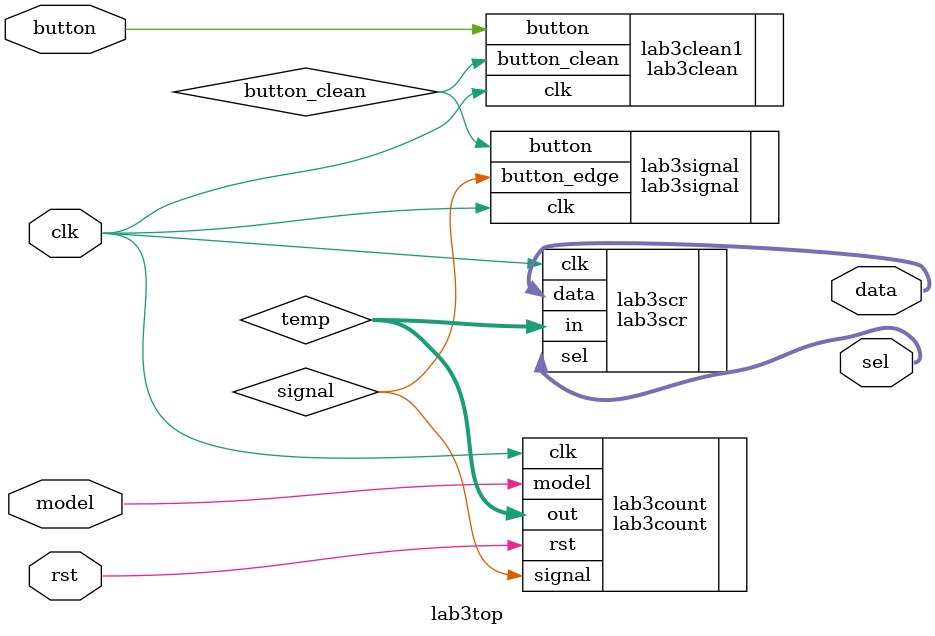
<source format=v>
`timescale 1ns / 1ps


module lab3top(
input clk,
input model,
input rst,
input button,
output [2:0] sel,
output [3:0] data
    );
wire button_clean;
wire signal;
wire [7:0] temp;
lab3clean lab3clean1(//Ã«´Ì
.clk(clk),
.button(button),
.button_clean(button_clean));

lab3signal lab3signal(//²úÉúÐÅºÅ
.clk(clk),
.button(button_clean),
.button_edge(signal));

lab3count lab3count(
.clk(clk),
.signal(signal),
.model(model),
.rst(rst),
.out(temp));

lab3scr lab3scr(
.in(temp),
.clk(clk),
.sel(sel),
.data(data));


endmodule

</source>
